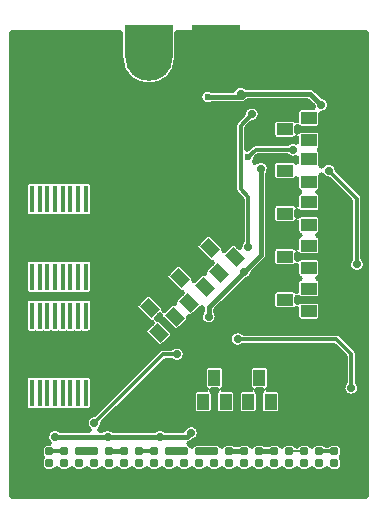
<source format=gbr>
G04 GENERATED BY PULSONIX 12.5 GERBER.DLL 9449*
G04 #@! TF.GenerationSoftware,Pulsonix,Pulsonix,12.5.9449*
G04 #@! TF.CreationDate,2024-02-09T14:36:55--1:00*
G04 #@! TF.Part,Single*
%FSLAX35Y35*%
%LPD*%
%MOMM*%
G04 #@! TF.FileFunction,Copper,L4,Bot*
G04 #@! TF.FilePolarity,Positive*
G04 #@! TA.AperFunction,OtherCopper,Copper*
%ADD10C,0.50000*%
G04 #@! TA.AperFunction,Conductor*
%ADD13C,0.63500*%
%ADD14C,0.40640*%
%ADD18C,0.30480*%
%ADD19C,0.20320*%
G04 #@! TA.AperFunction,ViaPad*
%ADD86C,0.70000*%
%ADD87C,0.60000*%
G04 #@! TA.AperFunction,ComponentPad*
%AMT92*0 Bullet Pad at angle 180*1,1,4.00000,0.00000,-1.37500*21,1,4.00000,2.74999,0,0,180*%
%ADD92T92*%
G04 #@! TA.AperFunction,SMDPad,CuDef*
%AMT96*0 Rounded Rectangle pad*4,1,20,0.25000,0.30000,-0.25000,0.30000,-0.26913,0.29619,-0.28535,0.28535,-0.29619,0.26913,-0.30000,0.25000,-0.30000,-0.25000,-0.29619,-0.26913,-0.28535,-0.28535,-0.26913,-0.29619,-0.25000,-0.30000,0.25000,-0.30000,0.26913,-0.29619,0.28535,-0.28535,0.29619,-0.26913,0.30000,-0.25000,0.30000,0.25000,0.29619,0.26913,0.28535,0.28535,0.26913,0.29619,0.25000,0.30000,0*%
%ADD96T96*%
%ADD97R,0.43000X2.25000*%
%ADD98R,1.32080X0.99060*%
%AMT99*0 Rectangle Pad at angle 45*21,1,0.99060,1.32080,0,0,45*%
%ADD99T99*%
%ADD100R,0.99060X1.32080*%
G04 #@! TD.AperFunction*
X0Y0D02*
D02*
D10*
X3427500Y4506500D02*
X1831000D01*
Y4300502D01*
G75*
G02*
X1351000I-240000J0D01*
G01*
Y4506500D01*
X432500D01*
Y586500D01*
X3427500D01*
Y2537838D01*
G75*
G02*
X3278125Y2547500I-74375J9662D01*
G01*
G75*
G02*
X3297885Y2598230I75000J0D01*
G01*
Y3080243D01*
X3111810Y3266318D01*
G75*
G02*
X3052485Y3299814I3189J74932D01*
G01*
G75*
G02*
X3052689Y3295784I-39795J-4035D01*
G01*
Y3196724D01*
G75*
G02*
X3025067Y3158688I-40000J1D01*
G01*
G75*
G02*
X3052689Y3120651I-12379J-38037D01*
G01*
Y3021591D01*
G75*
G02*
X3012689Y2981591I-40000J0D01*
G01*
X2880609D01*
G75*
G02*
X2849641Y2996273I0J40000D01*
G01*
Y2955977D01*
G75*
G02*
X2880609Y2970659I30968J-25318D01*
G01*
X3012689D01*
G75*
G02*
X3052689Y2930659I0J-40000D01*
G01*
Y2831599D01*
G75*
G02*
X3025067Y2793563I-40000J1D01*
G01*
G75*
G02*
X3052689Y2755526I-12379J-38037D01*
G01*
Y2656466D01*
G75*
G02*
X3012689Y2616466I-40000J0D01*
G01*
X2880609D01*
G75*
G02*
X2849641Y2631148I0J40000D01*
G01*
Y2590852D01*
G75*
G02*
X2880609Y2605534I30968J-25318D01*
G01*
X3012689D01*
G75*
G02*
X3052689Y2565534I0J-40000D01*
G01*
Y2466474D01*
G75*
G02*
X3025067Y2428438I-40000J1D01*
G01*
G75*
G02*
X3052689Y2390401I-12379J-38037D01*
G01*
Y2291341D01*
G75*
G02*
X3012689Y2251341I-40000J0D01*
G01*
X2880609D01*
G75*
G02*
X2849641Y2266023I0J40000D01*
G01*
Y2225727D01*
G75*
G02*
X2880609Y2240409I30968J-25318D01*
G01*
X3012689D01*
G75*
G02*
X3052689Y2200409I0J-40000D01*
G01*
Y2101349D01*
G75*
G02*
X3012689Y2061349I-40000J0D01*
G01*
X2880609D01*
G75*
G02*
X2840609Y2101349I0J40000D01*
G01*
Y2171027D01*
G75*
G02*
X2809641Y2156345I-30968J25318D01*
G01*
X2677561D01*
G75*
G02*
X2637561Y2196345I0J40000D01*
G01*
Y2295405D01*
G75*
G02*
X2677561Y2335405I40000J0D01*
G01*
X2809641D01*
G75*
G02*
X2840609Y2320723I0J-40000D01*
G01*
Y2390401D01*
G75*
G02*
X2868231Y2428438I40001J0D01*
G01*
G75*
G02*
X2840609Y2466474I12378J38037D01*
G01*
Y2536152D01*
G75*
G02*
X2809641Y2521470I-30968J25318D01*
G01*
X2677561D01*
G75*
G02*
X2637561Y2561470I0J40000D01*
G01*
Y2660530D01*
G75*
G02*
X2677561Y2700530I40000J0D01*
G01*
X2809641D01*
G75*
G02*
X2840609Y2685848I0J-40000D01*
G01*
Y2755526D01*
G75*
G02*
X2868231Y2793563I40001J0D01*
G01*
G75*
G02*
X2840609Y2831599I12378J38037D01*
G01*
Y2901277D01*
G75*
G02*
X2809641Y2886595I-30968J25318D01*
G01*
X2677561D01*
G75*
G02*
X2637561Y2926595I0J40000D01*
G01*
Y3025655D01*
G75*
G02*
X2677561Y3065655I40000J0D01*
G01*
X2809641D01*
G75*
G02*
X2840609Y3050973I0J-40000D01*
G01*
Y3120651D01*
G75*
G02*
X2868231Y3158688I40001J0D01*
G01*
G75*
G02*
X2840609Y3196724I12378J38037D01*
G01*
Y3266402D01*
G75*
G02*
X2809641Y3251720I-30968J25318D01*
G01*
X2677561D01*
G75*
G02*
X2637561Y3291720I0J40000D01*
G01*
Y3390780D01*
G75*
G02*
X2677561Y3430780I40000J0D01*
G01*
X2809641D01*
G75*
G02*
X2840609Y3416098I0J-40000D01*
G01*
Y3445994D01*
G75*
G02*
X2762645Y3460635I-27234J69881D01*
G01*
X2518755D01*
X2501838Y3443718D01*
G75*
G02*
X2489890Y3412475I-69464J8658D01*
G01*
G75*
G02*
X2600820Y3312555I50610J-55350D01*
G01*
Y2624108D01*
Y2623992D01*
Y2623875D01*
Y2623874D01*
G75*
G02*
X2583153Y2581222I-60320J0D01*
G01*
X2474793Y2472862D01*
G75*
G02*
X2411763Y2409832I-74167J11137D01*
G01*
X2159320Y2157389D01*
Y2147570D01*
G75*
G02*
X2174000Y2103000I-60320J-44570D01*
G01*
G75*
G02*
X2024000I-75000J0D01*
G01*
G75*
G02*
X2038680Y2147570I75000J0D01*
G01*
Y2177766D01*
X1968949Y2108035D01*
G75*
G02*
X1929452Y2097923I-28284J28284D01*
G01*
G75*
G02*
X1919340Y2058426I-38396J-11213D01*
G01*
X1849294Y1988380D01*
G75*
G02*
X1792726I-28284J28284D01*
G01*
X1699332Y2081774D01*
G75*
G02*
X1687816Y2114055I28284J28285D01*
G01*
X1659319Y2085558D01*
G75*
G02*
X1691601Y2074043I3998J-39800D01*
G01*
X1784995Y1980649D01*
G75*
G02*
Y1924081I-28284J-28284D01*
G01*
X1714949Y1854035D01*
G75*
G02*
X1658381I-28284J28284D01*
G01*
X1564987Y1947429D01*
G75*
G02*
Y2003997I28284J28284D01*
G01*
X1614259Y2053269D01*
G75*
G02*
X1581977Y2064784I-3998J39800D01*
G01*
X1488583Y2158178D01*
G75*
G02*
Y2214746I28284J28284D01*
G01*
X1558629Y2284792D01*
G75*
G02*
X1615197I28284J-28284D01*
G01*
X1708591Y2191398D01*
G75*
G02*
X1720107Y2159117I-28284J-28285D01*
G01*
X1769378Y2208388D01*
G75*
G02*
X1808875Y2218500I28284J-28284D01*
G01*
G75*
G02*
X1818987Y2257997I38396J11213D01*
G01*
X1868259Y2307269D01*
G75*
G02*
X1835977Y2318784I-3998J39800D01*
G01*
X1742583Y2412178D01*
G75*
G02*
Y2468746I28284J28284D01*
G01*
X1812629Y2538792D01*
G75*
G02*
X1869197I28284J-28284D01*
G01*
X1962591Y2445398D01*
G75*
G02*
X1974107Y2413117I-28284J-28285D01*
G01*
X2023378Y2462388D01*
G75*
G02*
X2062875Y2472500I28284J-28284D01*
G01*
G75*
G02*
X2072987Y2511997I38396J11213D01*
G01*
X2122259Y2561269D01*
G75*
G02*
X2089977Y2572784I-3998J39800D01*
G01*
X1996583Y2666178D01*
G75*
G02*
Y2722746I28284J28284D01*
G01*
X2066629Y2792792D01*
G75*
G02*
X2123197I28284J-28284D01*
G01*
X2216591Y2699398D01*
G75*
G02*
X2228107Y2667117I-28284J-28285D01*
G01*
X2277378Y2716388D01*
G75*
G02*
X2333946I28284J-28284D01*
G01*
X2357418Y2692916D01*
G75*
G02*
X2379618Y2743683I74957J-2541D01*
G01*
Y3093635D01*
X2329814Y3143439D01*
G75*
G02*
X2313635Y3182757I39061J39061D01*
G01*
Y3721993D01*
G75*
G02*
X2329814Y3761311I55240J257D01*
G01*
X2389193Y3820690D01*
G75*
G02*
X2539125Y3817500I74932J-3190D01*
G01*
G75*
G02*
X2467315Y3742568I-75000J0D01*
G01*
X2424115Y3699368D01*
Y3522235D01*
X2456602Y3554722D01*
G75*
G02*
X2495875Y3571115I39273J-38848D01*
G01*
X2762645D01*
G75*
G02*
X2840609Y3585756I50730J-55240D01*
G01*
Y3615652D01*
G75*
G02*
X2809641Y3600970I-30968J25318D01*
G01*
X2677561D01*
G75*
G02*
X2637561Y3640970I0J40000D01*
G01*
Y3740030D01*
G75*
G02*
X2677561Y3780030I40000J0D01*
G01*
X2809641D01*
G75*
G02*
X2840609Y3765348I0J-40000D01*
G01*
Y3835026D01*
G75*
G02*
X2880609Y3875026I40000J0D01*
G01*
X2979753D01*
G75*
G02*
X2977332Y3885737I71744J21845D01*
G01*
X2931264Y3931805D01*
X2435025D01*
X2422567Y3919347D01*
G75*
G02*
X2379681Y3901680I-42653J42653D01*
G01*
X2124267D01*
G75*
G02*
X2018750Y3962000I-35517J60320D01*
G01*
G75*
G02*
X2124267Y4022320I70000J0D01*
G01*
X2300222D01*
G75*
G02*
X2413445Y4052445I68653J-30195D01*
G01*
X2956017D01*
G75*
G02*
X2998903Y4034778I233J-60320D01*
G01*
X3062638Y3971043D01*
G75*
G02*
X3052689Y3821884I-11138J-74168D01*
G01*
Y3735966D01*
G75*
G02*
X3012689Y3695966I-40000J0D01*
G01*
X2880609D01*
G75*
G02*
X2849641Y3710648I0J40000D01*
G01*
Y3670352D01*
G75*
G02*
X2880609Y3685034I30968J-25318D01*
G01*
X3012689D01*
G75*
G02*
X3052689Y3645034I0J-40000D01*
G01*
Y3545974D01*
G75*
G02*
X3039034Y3515875I-40000J0D01*
G01*
G75*
G02*
X3052689Y3485776I-26345J-30099D01*
G01*
Y3386716D01*
G75*
G02*
X3052485Y3382686I-39999J5D01*
G01*
G75*
G02*
X3189932Y3344440I62515J-41436D01*
G01*
X3392186Y3142186D01*
G75*
G02*
X3408365Y3102868I-39061J-39061D01*
G01*
Y2598230D01*
G75*
G02*
X3427500Y2557162I-55240J-50730D01*
G01*
Y4506500D01*
X1078000Y1610500D02*
G75*
G02*
X1118000Y1570500I0J-40000D01*
G01*
Y1345500D01*
G75*
G02*
X1078000Y1305500I-40000J0D01*
G01*
X1035000D01*
G75*
G02*
X1024000Y1307042I-1J40000D01*
G01*
G75*
G02*
X1013000Y1305500I-10999J38458D01*
G01*
X970000D01*
G75*
G02*
X959000Y1307042I-1J40000D01*
G01*
G75*
G02*
X948000Y1305500I-10999J38458D01*
G01*
X905000D01*
G75*
G02*
X894000Y1307042I-1J40000D01*
G01*
G75*
G02*
X883000Y1305500I-10999J38458D01*
G01*
X840000D01*
G75*
G02*
X829000Y1307042I-1J40000D01*
G01*
G75*
G02*
X818000Y1305500I-10999J38458D01*
G01*
X775000D01*
G75*
G02*
X764000Y1307042I-1J40000D01*
G01*
G75*
G02*
X753000Y1305500I-10999J38458D01*
G01*
X710000D01*
G75*
G02*
X699000Y1307042I-1J40000D01*
G01*
G75*
G02*
X688000Y1305500I-10999J38458D01*
G01*
X645000D01*
G75*
G02*
X634000Y1307042I-1J40000D01*
G01*
G75*
G02*
X623000Y1305500I-10999J38458D01*
G01*
X580000D01*
G75*
G02*
X540000Y1345500I0J40000D01*
G01*
Y1570500D01*
G75*
G02*
X580000Y1610500I40000J0D01*
G01*
X623000D01*
G75*
G02*
X634000Y1608958I1J-40000D01*
G01*
G75*
G02*
X645000Y1610500I10999J-38458D01*
G01*
X688000D01*
G75*
G02*
X699000Y1608958I1J-40000D01*
G01*
G75*
G02*
X710000Y1610500I10999J-38458D01*
G01*
X753000D01*
G75*
G02*
X764000Y1608958I1J-40000D01*
G01*
G75*
G02*
X775000Y1610500I10999J-38458D01*
G01*
X818000D01*
G75*
G02*
X829000Y1608958I1J-40000D01*
G01*
G75*
G02*
X840000Y1610500I10999J-38458D01*
G01*
X883000D01*
G75*
G02*
X894000Y1608958I1J-40000D01*
G01*
G75*
G02*
X905000Y1610500I10999J-38458D01*
G01*
X948000D01*
G75*
G02*
X959000Y1608958I1J-40000D01*
G01*
G75*
G02*
X970000Y1610500I10999J-38458D01*
G01*
X1013000D01*
G75*
G02*
X1024000Y1608958I1J-40000D01*
G01*
G75*
G02*
X1035000Y1610500I10999J-38458D01*
G01*
X1078000D01*
X3187625Y1032375D02*
G75*
G02*
X3232625Y987375I0J-45000D01*
G01*
Y937375D01*
G75*
G02*
X3225042Y912375I-45000J-1D01*
G01*
G75*
G02*
X3232625Y887375I-37417J-24999D01*
G01*
Y837375D01*
G75*
G02*
X3187625Y792375I-45000J0D01*
G01*
X3137625D01*
G75*
G02*
X3099125Y814078I0J45000D01*
G01*
G75*
G02*
X3060625Y792375I-38500J23297D01*
G01*
X3010625D01*
G75*
G02*
X2972125Y814078I0J45000D01*
G01*
G75*
G02*
X2933625Y792375I-38500J23297D01*
G01*
X2883625D01*
G75*
G02*
X2845125Y814078I0J45000D01*
G01*
G75*
G02*
X2806625Y792375I-38500J23297D01*
G01*
X2756625D01*
G75*
G02*
X2718125Y814078I0J45000D01*
G01*
G75*
G02*
X2679625Y792375I-38500J23297D01*
G01*
X2629625D01*
G75*
G02*
X2591125Y814078I0J45000D01*
G01*
G75*
G02*
X2552625Y792375I-38500J23297D01*
G01*
X2502625D01*
G75*
G02*
X2464125Y814078I0J45000D01*
G01*
G75*
G02*
X2425625Y792375I-38500J23297D01*
G01*
X2375625D01*
G75*
G02*
X2337125Y814078I0J45000D01*
G01*
G75*
G02*
X2298625Y792375I-38500J23297D01*
G01*
X2248625D01*
G75*
G02*
X2210125Y814078I0J45000D01*
G01*
G75*
G02*
X2171625Y792375I-38500J23297D01*
G01*
X2121625D01*
G75*
G02*
X2083125Y814078I0J45000D01*
G01*
G75*
G02*
X2044625Y792375I-38500J23297D01*
G01*
X1994625D01*
G75*
G02*
X1956125Y814078I0J45000D01*
G01*
G75*
G02*
X1917625Y792375I-38500J23297D01*
G01*
X1867625D01*
G75*
G02*
X1829125Y814078I0J45000D01*
G01*
G75*
G02*
X1790625Y792375I-38500J23297D01*
G01*
X1740625D01*
G75*
G02*
X1702125Y814078I0J45000D01*
G01*
G75*
G02*
X1663625Y792375I-38500J23297D01*
G01*
X1613625D01*
G75*
G02*
X1575125Y814078I0J45000D01*
G01*
G75*
G02*
X1536625Y792375I-38500J23297D01*
G01*
X1486625D01*
G75*
G02*
X1448125Y814078I0J45000D01*
G01*
G75*
G02*
X1409625Y792375I-38500J23297D01*
G01*
X1359625D01*
G75*
G02*
X1321125Y814078I0J45000D01*
G01*
G75*
G02*
X1282625Y792375I-38500J23297D01*
G01*
X1232625D01*
G75*
G02*
X1194125Y814078I0J45000D01*
G01*
G75*
G02*
X1155625Y792375I-38500J23297D01*
G01*
X1105625D01*
G75*
G02*
X1067125Y814078I0J45000D01*
G01*
G75*
G02*
X1028625Y792375I-38500J23297D01*
G01*
X978625D01*
G75*
G02*
X940125Y814078I0J45000D01*
G01*
G75*
G02*
X901625Y792375I-38500J23297D01*
G01*
X851625D01*
G75*
G02*
X813125Y814078I0J45000D01*
G01*
G75*
G02*
X774625Y792375I-38500J23297D01*
G01*
X724625D01*
G75*
G02*
X679625Y837375I0J45000D01*
G01*
Y887375D01*
G75*
G02*
X687208Y912375I45000J1D01*
G01*
G75*
G02*
X679625Y937375I37417J24999D01*
G01*
Y987375D01*
G75*
G02*
X724625Y1032375I45000J0D01*
G01*
X745604D01*
G75*
G02*
X841566Y1147320I51392J54625D01*
G01*
X1081354D01*
G75*
G02*
X1127435Y1278797I49271J56545D01*
G01*
X1673199Y1824561D01*
G75*
G02*
X1712517Y1840740I39061J-39061D01*
G01*
X1778395D01*
G75*
G02*
X1904125Y1785500I50730J-55240D01*
G01*
G75*
G02*
X1778395Y1730260I-75000J0D01*
G01*
X1735142D01*
X1205557Y1200675D01*
G75*
G02*
X1179896Y1147320I-74932J3190D01*
G01*
X1196926D01*
G75*
G02*
X1286066I44570J-60320D01*
G01*
X1641426D01*
G75*
G02*
X1730566I44570J-60320D01*
G01*
X1879355D01*
G75*
G02*
X2023700Y1118750I69345J-28570D01*
G01*
G75*
G02*
X1959838Y1044582I-75000J0D01*
G01*
X1959603Y1044347D01*
G75*
G02*
X1934218Y1029204I-42653J42653D01*
G01*
G75*
G02*
X1956125Y1010672I-16593J-41829D01*
G01*
G75*
G02*
X1994625Y1032375I38500J-23297D01*
G01*
X2003875D01*
G75*
G02*
X2019625Y1034125I15750J-70000D01*
G01*
X2146625D01*
G75*
G02*
X2162375Y1032375I0J-71750D01*
G01*
X2171625D01*
G75*
G02*
X2210125Y1010672I0J-45000D01*
G01*
G75*
G02*
X2248625Y1032375I38500J-23297D01*
G01*
X2298625D01*
G75*
G02*
X2326509Y1022695I0J-45001D01*
G01*
X2347741D01*
G75*
G02*
X2375625Y1032375I27884J-35321D01*
G01*
X2425625D01*
G75*
G02*
X2464125Y1010672I0J-45000D01*
G01*
G75*
G02*
X2502625Y1032375I38500J-23297D01*
G01*
X2552625D01*
G75*
G02*
X2580509Y1022695I0J-45001D01*
G01*
X2601741D01*
G75*
G02*
X2629625Y1032375I27884J-35321D01*
G01*
X2679625D01*
G75*
G02*
X2718125Y1010672I0J-45000D01*
G01*
G75*
G02*
X2756625Y1032375I38500J-23297D01*
G01*
X2806625D01*
G75*
G02*
X2843934Y1012535I0J-45000D01*
G01*
X2846316D01*
G75*
G02*
X2883625Y1032375I37309J-25160D01*
G01*
X2933625D01*
G75*
G02*
X2972125Y1010672I0J-45000D01*
G01*
G75*
G02*
X3010625Y1032375I38500J-23297D01*
G01*
X3060625D01*
G75*
G02*
X3093950Y1017615I0J-45000D01*
G01*
X3104300D01*
G75*
G02*
X3137625Y1032375I33325J-30240D01*
G01*
X3187625D01*
X1078000Y2265500D02*
G75*
G02*
X1118000Y2225500I0J-40000D01*
G01*
Y2000500D01*
G75*
G02*
X1078000Y1960500I-40000J0D01*
G01*
X1035000D01*
G75*
G02*
X1024000Y1962042I-1J40000D01*
G01*
G75*
G02*
X1013000Y1960500I-10999J38458D01*
G01*
X970000D01*
G75*
G02*
X959000Y1962042I-1J40000D01*
G01*
G75*
G02*
X948000Y1960500I-10999J38458D01*
G01*
X905000D01*
G75*
G02*
X894000Y1962042I-1J40000D01*
G01*
G75*
G02*
X883000Y1960500I-10999J38458D01*
G01*
X840000D01*
G75*
G02*
X829000Y1962042I-1J40000D01*
G01*
G75*
G02*
X818000Y1960500I-10999J38458D01*
G01*
X775000D01*
G75*
G02*
X764000Y1962042I-1J40000D01*
G01*
G75*
G02*
X753000Y1960500I-10999J38458D01*
G01*
X710000D01*
G75*
G02*
X699000Y1962042I-1J40000D01*
G01*
G75*
G02*
X688000Y1960500I-10999J38458D01*
G01*
X645000D01*
G75*
G02*
X634000Y1962042I-1J40000D01*
G01*
G75*
G02*
X623000Y1960500I-10999J38458D01*
G01*
X580000D01*
G75*
G02*
X540000Y2000500I0J40000D01*
G01*
Y2225500D01*
G75*
G02*
X580000Y2265500I40000J0D01*
G01*
X623000D01*
G75*
G02*
X634000Y2263958I1J-40000D01*
G01*
G75*
G02*
X645000Y2265500I10999J-38458D01*
G01*
X688000D01*
G75*
G02*
X699000Y2263958I1J-40000D01*
G01*
G75*
G02*
X710000Y2265500I10999J-38458D01*
G01*
X753000D01*
G75*
G02*
X764000Y2263958I1J-40000D01*
G01*
G75*
G02*
X775000Y2265500I10999J-38458D01*
G01*
X818000D01*
G75*
G02*
X829000Y2263958I1J-40000D01*
G01*
G75*
G02*
X840000Y2265500I10999J-38458D01*
G01*
X883000D01*
G75*
G02*
X894000Y2263958I1J-40000D01*
G01*
G75*
G02*
X905000Y2265500I10999J-38458D01*
G01*
X948000D01*
G75*
G02*
X959000Y2263958I1J-40000D01*
G01*
G75*
G02*
X970000Y2265500I10999J-38458D01*
G01*
X1013000D01*
G75*
G02*
X1024000Y2263958I1J-40000D01*
G01*
G75*
G02*
X1035000Y2265500I10999J-38458D01*
G01*
X1078000D01*
Y2594750D02*
G75*
G02*
X1118000Y2554750I0J-40000D01*
G01*
Y2329750D01*
G75*
G02*
X1078000Y2289750I-40000J0D01*
G01*
X1035000D01*
G75*
G02*
X1024000Y2291292I-1J40000D01*
G01*
G75*
G02*
X1013000Y2289750I-10999J38458D01*
G01*
X970000D01*
G75*
G02*
X959000Y2291292I-1J40000D01*
G01*
G75*
G02*
X948000Y2289750I-10999J38458D01*
G01*
X905000D01*
G75*
G02*
X894000Y2291292I-1J40000D01*
G01*
G75*
G02*
X883000Y2289750I-10999J38458D01*
G01*
X840000D01*
G75*
G02*
X829000Y2291292I-1J40000D01*
G01*
G75*
G02*
X818000Y2289750I-10999J38458D01*
G01*
X775000D01*
G75*
G02*
X764000Y2291292I-1J40000D01*
G01*
G75*
G02*
X753000Y2289750I-10999J38458D01*
G01*
X710000D01*
G75*
G02*
X699000Y2291292I-1J40000D01*
G01*
G75*
G02*
X688000Y2289750I-10999J38458D01*
G01*
X645000D01*
G75*
G02*
X634000Y2291292I-1J40000D01*
G01*
G75*
G02*
X623000Y2289750I-10999J38458D01*
G01*
X580000D01*
G75*
G02*
X540000Y2329750I0J40000D01*
G01*
Y2554750D01*
G75*
G02*
X580000Y2594750I40000J0D01*
G01*
X623000D01*
G75*
G02*
X634000Y2593208I1J-40000D01*
G01*
G75*
G02*
X645000Y2594750I10999J-38458D01*
G01*
X688000D01*
G75*
G02*
X699000Y2593208I1J-40000D01*
G01*
G75*
G02*
X710000Y2594750I10999J-38458D01*
G01*
X753000D01*
G75*
G02*
X764000Y2593208I1J-40000D01*
G01*
G75*
G02*
X775000Y2594750I10999J-38458D01*
G01*
X818000D01*
G75*
G02*
X829000Y2593208I1J-40000D01*
G01*
G75*
G02*
X840000Y2594750I10999J-38458D01*
G01*
X883000D01*
G75*
G02*
X894000Y2593208I1J-40000D01*
G01*
G75*
G02*
X905000Y2594750I10999J-38458D01*
G01*
X948000D01*
G75*
G02*
X959000Y2593208I1J-40000D01*
G01*
G75*
G02*
X970000Y2594750I10999J-38458D01*
G01*
X1013000D01*
G75*
G02*
X1024000Y2593208I1J-40000D01*
G01*
G75*
G02*
X1035000Y2594750I10999J-38458D01*
G01*
X1078000D01*
Y3249750D02*
G75*
G02*
X1118000Y3209750I0J-40000D01*
G01*
Y2984750D01*
G75*
G02*
X1078000Y2944750I-40000J0D01*
G01*
X1035000D01*
G75*
G02*
X1024000Y2946292I-1J40000D01*
G01*
G75*
G02*
X1013000Y2944750I-10999J38458D01*
G01*
X970000D01*
G75*
G02*
X959000Y2946292I-1J40000D01*
G01*
G75*
G02*
X948000Y2944750I-10999J38458D01*
G01*
X905000D01*
G75*
G02*
X894000Y2946292I-1J40000D01*
G01*
G75*
G02*
X883000Y2944750I-10999J38458D01*
G01*
X840000D01*
G75*
G02*
X829000Y2946292I-1J40000D01*
G01*
G75*
G02*
X818000Y2944750I-10999J38458D01*
G01*
X775000D01*
G75*
G02*
X764000Y2946292I-1J40000D01*
G01*
G75*
G02*
X753000Y2944750I-10999J38458D01*
G01*
X710000D01*
G75*
G02*
X699000Y2946292I-1J40000D01*
G01*
G75*
G02*
X688000Y2944750I-10999J38458D01*
G01*
X645000D01*
G75*
G02*
X634000Y2946292I-1J40000D01*
G01*
G75*
G02*
X623000Y2944750I-10999J38458D01*
G01*
X580000D01*
G75*
G02*
X540000Y2984750I0J40000D01*
G01*
Y3209750D01*
G75*
G02*
X580000Y3249750I40000J0D01*
G01*
X623000D01*
G75*
G02*
X634000Y3248208I1J-40000D01*
G01*
G75*
G02*
X645000Y3249750I10999J-38458D01*
G01*
X688000D01*
G75*
G02*
X699000Y3248208I1J-40000D01*
G01*
G75*
G02*
X710000Y3249750I10999J-38458D01*
G01*
X753000D01*
G75*
G02*
X764000Y3248208I1J-40000D01*
G01*
G75*
G02*
X775000Y3249750I10999J-38458D01*
G01*
X818000D01*
G75*
G02*
X829000Y3248208I1J-40000D01*
G01*
G75*
G02*
X840000Y3249750I10999J-38458D01*
G01*
X883000D01*
G75*
G02*
X894000Y3248208I1J-40000D01*
G01*
G75*
G02*
X905000Y3249750I10999J-38458D01*
G01*
X948000D01*
G75*
G02*
X959000Y3248208I1J-40000D01*
G01*
G75*
G02*
X970000Y3249750I10999J-38458D01*
G01*
X1013000D01*
G75*
G02*
X1024000Y3248208I1J-40000D01*
G01*
G75*
G02*
X1035000Y3249750I10999J-38458D01*
G01*
X1078000D01*
X3360740Y1550480D02*
G75*
G02*
X3380500Y1499750I-55240J-50730D01*
G01*
G75*
G02*
X3230500I-75000J0D01*
G01*
G75*
G02*
X3250260Y1550480I75000J0D01*
G01*
Y1764243D01*
X3155618Y1858885D01*
X2393480D01*
G75*
G02*
X2267750Y1914125I-50730J55240D01*
G01*
G75*
G02*
X2393480Y1969365I75000J0D01*
G01*
X3178243D01*
G75*
G02*
X3217561Y1953186I257J-55240D01*
G01*
X3344561Y1826186D01*
G75*
G02*
X3360740Y1786868I-39061J-39061D01*
G01*
Y1550480D01*
X2672151Y1488391D02*
G75*
G02*
X2712151Y1448391I0J-40000D01*
G01*
Y1316311D01*
G75*
G02*
X2672151Y1276311I-40000J0D01*
G01*
X2573091D01*
G75*
G02*
X2533091Y1316311I0J40000D01*
G01*
Y1448391D01*
G75*
G02*
X2547773Y1479359I40000J0D01*
G01*
X2507477D01*
G75*
G02*
X2522159Y1448391I-25318J-30968D01*
G01*
Y1316311D01*
G75*
G02*
X2482159Y1276311I-40000J0D01*
G01*
X2383099D01*
G75*
G02*
X2343099Y1316311I0J40000D01*
G01*
Y1448391D01*
G75*
G02*
X2383099Y1488391I40000J0D01*
G01*
X2452777D01*
G75*
G02*
X2438095Y1519359I25318J30968D01*
G01*
Y1651439D01*
G75*
G02*
X2478095Y1691439I40000J0D01*
G01*
X2577155D01*
G75*
G02*
X2617155Y1651439I0J-40000D01*
G01*
Y1519359D01*
G75*
G02*
X2602473Y1488391I-40000J0D01*
G01*
X2672151D01*
X2291151D02*
G75*
G02*
X2331151Y1448391I0J-40000D01*
G01*
Y1316311D01*
G75*
G02*
X2291151Y1276311I-40000J0D01*
G01*
X2192091D01*
G75*
G02*
X2152091Y1316311I0J40000D01*
G01*
Y1448391D01*
G75*
G02*
X2166773Y1479359I40000J0D01*
G01*
X2126477D01*
G75*
G02*
X2141159Y1448391I-25318J-30968D01*
G01*
Y1316311D01*
G75*
G02*
X2101159Y1276311I-40000J0D01*
G01*
X2002099D01*
G75*
G02*
X1962099Y1316311I0J40000D01*
G01*
Y1448391D01*
G75*
G02*
X2002099Y1488391I40000J0D01*
G01*
X2071777D01*
G75*
G02*
X2057095Y1519359I25318J30968D01*
G01*
Y1651439D01*
G75*
G02*
X2097095Y1691439I40000J0D01*
G01*
X2196155D01*
G75*
G02*
X2236155Y1651439I0J-40000D01*
G01*
Y1519359D01*
G75*
G02*
X2221473Y1488391I-40000J0D01*
G01*
X2291151D01*
X1686761Y2113000D02*
G36*
X1686761Y2113000D02*
X1687724D01*
G75*
G02*
X1687816Y2114055I39891J-2947D01*
G01*
X1686761Y2113000D01*
G37*
X432500Y2442250D02*
G36*
X432500Y2442250D02*
Y2113000D01*
X540000D01*
Y2225500D01*
G75*
G02*
X580000Y2265500I40000J0D01*
G01*
X623000D01*
G75*
G02*
X634000Y2263958I1J-40000D01*
G01*
G75*
G02*
X645000Y2265500I10999J-38458D01*
G01*
X688000D01*
G75*
G02*
X699000Y2263958I1J-40000D01*
G01*
G75*
G02*
X710000Y2265500I10999J-38458D01*
G01*
X753000D01*
G75*
G02*
X764000Y2263958I1J-40000D01*
G01*
G75*
G02*
X775000Y2265500I10999J-38458D01*
G01*
X818000D01*
G75*
G02*
X829000Y2263958I1J-40000D01*
G01*
G75*
G02*
X840000Y2265500I10999J-38458D01*
G01*
X883000D01*
G75*
G02*
X894000Y2263958I1J-40000D01*
G01*
G75*
G02*
X905000Y2265500I10999J-38458D01*
G01*
X948000D01*
G75*
G02*
X959000Y2263958I1J-40000D01*
G01*
G75*
G02*
X970000Y2265500I10999J-38458D01*
G01*
X1013000D01*
G75*
G02*
X1024000Y2263958I1J-40000D01*
G01*
G75*
G02*
X1035000Y2265500I10999J-38458D01*
G01*
X1078000D01*
G75*
G02*
X1118000Y2225500I0J-40000D01*
G01*
Y2113000D01*
X1533761D01*
X1488583Y2158178D01*
G75*
G02*
X1476867Y2186462I28284J28284D01*
G01*
G75*
G02*
X1488583Y2214746I40000J0D01*
G01*
X1558629Y2284792D01*
G75*
G02*
X1615197I28284J-28284D01*
G01*
X1708591Y2191398D01*
G75*
G02*
X1720307Y2163113I-28284J-28285D01*
G01*
G75*
G02*
X1720107Y2159117I-40000J-1D01*
G01*
X1769378Y2208388D01*
G75*
G02*
X1808875Y2218500I28284J-28284D01*
G01*
G75*
G02*
X1807271Y2229713I38396J11214D01*
G01*
G75*
G02*
X1818987Y2257997I40000J0D01*
G01*
X1868259Y2307269D01*
G75*
G02*
X1835977Y2318784I-3998J39800D01*
G01*
X1742583Y2412178D01*
G75*
G02*
X1730867Y2440462I28284J28284D01*
G01*
G75*
G02*
X1730907Y2442250I40000J0D01*
G01*
X1118000D01*
Y2329750D01*
G75*
G02*
X1078000Y2289750I-40000J0D01*
G01*
X1035000D01*
G75*
G02*
X1024000Y2291292I-1J40000D01*
G01*
G75*
G02*
X1013000Y2289750I-10999J38458D01*
G01*
X970000D01*
G75*
G02*
X959000Y2291292I-1J40000D01*
G01*
G75*
G02*
X948000Y2289750I-10999J38458D01*
G01*
X905000D01*
G75*
G02*
X894000Y2291292I-1J40000D01*
G01*
G75*
G02*
X883000Y2289750I-10999J38458D01*
G01*
X840000D01*
G75*
G02*
X829000Y2291292I-1J40000D01*
G01*
G75*
G02*
X818000Y2289750I-10999J38458D01*
G01*
X775000D01*
G75*
G02*
X764000Y2291292I-1J40000D01*
G01*
G75*
G02*
X753000Y2289750I-10999J38458D01*
G01*
X710000D01*
G75*
G02*
X699000Y2291292I-1J40000D01*
G01*
G75*
G02*
X688000Y2289750I-10999J38458D01*
G01*
X645000D01*
G75*
G02*
X634000Y2291292I-1J40000D01*
G01*
G75*
G02*
X623000Y2289750I-10999J38458D01*
G01*
X580000D01*
G75*
G02*
X540000Y2329750I0J40000D01*
G01*
Y2442250D01*
X432500D01*
G37*
X1965422D02*
G36*
X1965422Y2442250D02*
G75*
G02*
X1974307Y2417113I-31115J-25137D01*
G01*
G75*
G02*
X1974107Y2413117I-40000J-1D01*
G01*
X2003240Y2442250D01*
X1965422D01*
G37*
X1973914Y2113000D02*
G36*
X1973914Y2113000D02*
X2024670D01*
G75*
G02*
X2038680Y2147570I74330J-10000D01*
G01*
Y2177766D01*
X1973914Y2113000D01*
G37*
X2126477Y1479359D02*
G36*
X2126477Y1479359D02*
G75*
G02*
X2139988Y1458000I-25318J-30968D01*
G01*
X2153262D01*
G75*
G02*
X2166773Y1479359I38829J-9609D01*
G01*
X2126477D01*
G37*
X432500Y3097250D02*
G36*
X432500Y3097250D02*
Y2442250D01*
X540000D01*
Y2554750D01*
G75*
G02*
X580000Y2594750I40000J0D01*
G01*
X623000D01*
G75*
G02*
X634000Y2593208I1J-40000D01*
G01*
G75*
G02*
X645000Y2594750I10999J-38458D01*
G01*
X688000D01*
G75*
G02*
X699000Y2593208I1J-40000D01*
G01*
G75*
G02*
X710000Y2594750I10999J-38458D01*
G01*
X753000D01*
G75*
G02*
X764000Y2593208I1J-40000D01*
G01*
G75*
G02*
X775000Y2594750I10999J-38458D01*
G01*
X818000D01*
G75*
G02*
X829000Y2593208I1J-40000D01*
G01*
G75*
G02*
X840000Y2594750I10999J-38458D01*
G01*
X883000D01*
G75*
G02*
X894000Y2593208I1J-40000D01*
G01*
G75*
G02*
X905000Y2594750I10999J-38458D01*
G01*
X948000D01*
G75*
G02*
X959000Y2593208I1J-40000D01*
G01*
G75*
G02*
X970000Y2594750I10999J-38458D01*
G01*
X1013000D01*
G75*
G02*
X1024000Y2593208I1J-40000D01*
G01*
G75*
G02*
X1035000Y2594750I10999J-38458D01*
G01*
X1078000D01*
G75*
G02*
X1118000Y2554750I0J-40000D01*
G01*
Y2442250D01*
X1730907D01*
G75*
G02*
X1742583Y2468746I39960J-1788D01*
G01*
X1812629Y2538792D01*
G75*
G02*
X1869197I28284J-28284D01*
G01*
X1962591Y2445398D01*
G75*
G02*
X1965422Y2442250I-28285J-28284D01*
G01*
X2003240D01*
X2023378Y2462388D01*
G75*
G02*
X2062875Y2472500I28284J-28284D01*
G01*
G75*
G02*
X2061271Y2483713I38396J11214D01*
G01*
G75*
G02*
X2072987Y2511997I40000J0D01*
G01*
X2122259Y2561269D01*
G75*
G02*
X2089977Y2572784I-3998J39800D01*
G01*
X1996583Y2666178D01*
G75*
G02*
X1984867Y2694462I28284J28284D01*
G01*
G75*
G02*
X1996583Y2722746I40000J0D01*
G01*
X2066629Y2792792D01*
G75*
G02*
X2123197I28284J-28284D01*
G01*
X2216591Y2699398D01*
G75*
G02*
X2228307Y2671113I-28284J-28285D01*
G01*
G75*
G02*
X2228107Y2667117I-40000J-1D01*
G01*
X2277378Y2716388D01*
G75*
G02*
X2333946I28284J-28284D01*
G01*
X2357418Y2692916D01*
G75*
G02*
X2379618Y2743683I74957J-2541D01*
G01*
Y3093635D01*
X2376003Y3097250D01*
X1118000D01*
Y2984750D01*
G75*
G02*
X1078000Y2944750I-40000J0D01*
G01*
X1035000D01*
G75*
G02*
X1024000Y2946292I-1J40000D01*
G01*
G75*
G02*
X1013000Y2944750I-10999J38458D01*
G01*
X970000D01*
G75*
G02*
X959000Y2946292I-1J40000D01*
G01*
G75*
G02*
X948000Y2944750I-10999J38458D01*
G01*
X905000D01*
G75*
G02*
X894000Y2946292I-1J40000D01*
G01*
G75*
G02*
X883000Y2944750I-10999J38458D01*
G01*
X840000D01*
G75*
G02*
X829000Y2946292I-1J40000D01*
G01*
G75*
G02*
X818000Y2944750I-10999J38458D01*
G01*
X775000D01*
G75*
G02*
X764000Y2946292I-1J40000D01*
G01*
G75*
G02*
X753000Y2944750I-10999J38458D01*
G01*
X710000D01*
G75*
G02*
X699000Y2946292I-1J40000D01*
G01*
G75*
G02*
X688000Y2944750I-10999J38458D01*
G01*
X645000D01*
G75*
G02*
X634000Y2946292I-1J40000D01*
G01*
G75*
G02*
X623000Y2944750I-10999J38458D01*
G01*
X580000D01*
G75*
G02*
X540000Y2984750I0J40000D01*
G01*
Y3097250D01*
X432500D01*
G37*
X2507477Y1479359D02*
G36*
X2507477Y1479359D02*
G75*
G02*
X2520988Y1458000I-25318J-30968D01*
G01*
X2534262D01*
G75*
G02*
X2547773Y1479359I38829J-9609D01*
G01*
X2507477D01*
G37*
X2159320Y2157389D02*
G36*
X2159320Y2157389D02*
Y2147570D01*
G75*
G02*
X2173330Y2113000I-60320J-44570D01*
G01*
X2840609D01*
Y2171027D01*
G75*
G02*
X2809641Y2156345I-30968J25318D01*
G01*
X2677561D01*
G75*
G02*
X2637561Y2196345I0J40000D01*
G01*
Y2295405D01*
G75*
G02*
X2677561Y2335405I40000J0D01*
G01*
X2809641D01*
G75*
G02*
X2840609Y2320723I0J-40000D01*
G01*
Y2390401D01*
G75*
G02*
X2868231Y2428438I40001J0D01*
G01*
G75*
G02*
X2848779Y2442250I12378J38037D01*
G01*
X2462930D01*
G75*
G02*
X2411763Y2409832I-62304J41749D01*
G01*
X2159320Y2157389D01*
G37*
X2462930Y2442250D02*
G36*
X2462930Y2442250D02*
X2848779D01*
G75*
G02*
X2840609Y2466474I31830J24225D01*
G01*
Y2536152D01*
G75*
G02*
X2809641Y2521470I-30968J25318D01*
G01*
X2677561D01*
G75*
G02*
X2637561Y2561470I0J40000D01*
G01*
Y2660530D01*
G75*
G02*
X2677561Y2700530I40000J0D01*
G01*
X2809641D01*
G75*
G02*
X2840609Y2685848I0J-40000D01*
G01*
Y2755526D01*
G75*
G02*
X2868231Y2793563I40001J0D01*
G01*
G75*
G02*
X2840609Y2831599I12378J38037D01*
G01*
Y2901277D01*
G75*
G02*
X2809641Y2886595I-30968J25318D01*
G01*
X2677561D01*
G75*
G02*
X2637561Y2926595I0J40000D01*
G01*
Y3025655D01*
G75*
G02*
X2677561Y3065655I40000J0D01*
G01*
X2809641D01*
G75*
G02*
X2840609Y3050973I0J-40000D01*
G01*
Y3097250D01*
X2600820D01*
Y2624108D01*
Y2624050D01*
Y2623992D01*
Y2623934D01*
Y2623875D01*
Y2623874D01*
G75*
G02*
X2583153Y2581222I-60320J0D01*
G01*
X2474793Y2472862D01*
G75*
G02*
X2462930Y2442250I-74167J11137D01*
G01*
G37*
X2489890Y3412475D02*
G36*
X2489890Y3412475D02*
G75*
G02*
X2615500Y3357125I50610J-55350D01*
G01*
G75*
G02*
X2600820Y3312555I-75000J0D01*
G01*
Y3097250D01*
X2840609D01*
Y3120651D01*
G75*
G02*
X2868231Y3158688I40001J0D01*
G01*
G75*
G02*
X2840609Y3196724I12378J38037D01*
G01*
Y3266402D01*
G75*
G02*
X2809641Y3251720I-30968J25318D01*
G01*
X2677561D01*
G75*
G02*
X2637561Y3291720I0J40000D01*
G01*
Y3390780D01*
G75*
G02*
X2677561Y3430780I40000J0D01*
G01*
X2809641D01*
G75*
G02*
X2840609Y3416098I0J-40000D01*
G01*
Y3445994D01*
G75*
G02*
X2762645Y3460635I-27234J69881D01*
G01*
X2518755D01*
X2501838Y3443718D01*
G75*
G02*
X2489890Y3412475I-69464J8658D01*
G01*
G37*
X3025067Y3158688D02*
G36*
X3025067Y3158688D02*
G75*
G02*
X3052689Y3120651I-12379J-38037D01*
G01*
Y3097250D01*
X3280878D01*
X3111810Y3266318D01*
G75*
G02*
X3052485Y3299814I3189J74932D01*
G01*
G75*
G02*
X3052689Y3295784I-39795J-4035D01*
G01*
Y3196724D01*
G75*
G02*
X3025067Y3158688I-40000J1D01*
G01*
G37*
X432500Y1458000D02*
G36*
X432500Y1458000D02*
Y586500D01*
X3427500D01*
Y1458000D01*
X3367805D01*
G75*
G02*
X3243195I-62305J41750D01*
G01*
X2710980D01*
G75*
G02*
X2712151Y1448391I-38829J-9608D01*
G01*
Y1316311D01*
G75*
G02*
X2672151Y1276311I-40000J0D01*
G01*
X2573091D01*
G75*
G02*
X2533091Y1316311I0J40000D01*
G01*
Y1448391D01*
G75*
G02*
X2534262Y1458000I40000J1D01*
G01*
X2520988D01*
G75*
G02*
X2522159Y1448391I-38829J-9608D01*
G01*
Y1316311D01*
G75*
G02*
X2482159Y1276311I-40000J0D01*
G01*
X2383099D01*
G75*
G02*
X2343099Y1316311I0J40000D01*
G01*
Y1448391D01*
G75*
G02*
X2344270Y1458000I40000J1D01*
G01*
X2329980D01*
G75*
G02*
X2331151Y1448391I-38829J-9608D01*
G01*
Y1316311D01*
G75*
G02*
X2291151Y1276311I-40000J0D01*
G01*
X2192091D01*
G75*
G02*
X2152091Y1316311I0J40000D01*
G01*
Y1448391D01*
G75*
G02*
X2153262Y1458000I40000J1D01*
G01*
X2139988D01*
G75*
G02*
X2141159Y1448391I-38829J-9608D01*
G01*
Y1316311D01*
G75*
G02*
X2101159Y1276311I-40000J0D01*
G01*
X2002099D01*
G75*
G02*
X1962099Y1316311I0J40000D01*
G01*
Y1448391D01*
G75*
G02*
X1963270Y1458000I40000J1D01*
G01*
X1462882D01*
X1205557Y1200675D01*
G75*
G02*
X1179896Y1147320I-74932J3190D01*
G01*
X1196926D01*
G75*
G02*
X1286066I44570J-60320D01*
G01*
X1641426D01*
G75*
G02*
X1730566I44570J-60320D01*
G01*
X1879355D01*
G75*
G02*
X2023700Y1118750I69345J-28570D01*
G01*
G75*
G02*
X1959838Y1044582I-75000J0D01*
G01*
X1959603Y1044347D01*
G75*
G02*
X1934218Y1029204I-42653J42653D01*
G01*
G75*
G02*
X1956125Y1010672I-16593J-41829D01*
G01*
G75*
G02*
X1994625Y1032375I38500J-23297D01*
G01*
X2003875D01*
G75*
G02*
X2019625Y1034125I15750J-70000D01*
G01*
X2146625D01*
G75*
G02*
X2162375Y1032375I0J-71750D01*
G01*
X2171625D01*
G75*
G02*
X2210125Y1010672I0J-45000D01*
G01*
G75*
G02*
X2248625Y1032375I38500J-23297D01*
G01*
X2298625D01*
G75*
G02*
X2326509Y1022695I0J-45001D01*
G01*
X2347741D01*
G75*
G02*
X2375625Y1032375I27884J-35321D01*
G01*
X2425625D01*
G75*
G02*
X2464125Y1010672I0J-45000D01*
G01*
G75*
G02*
X2502625Y1032375I38500J-23297D01*
G01*
X2552625D01*
G75*
G02*
X2580509Y1022695I0J-45001D01*
G01*
X2601741D01*
G75*
G02*
X2629625Y1032375I27884J-35321D01*
G01*
X2679625D01*
G75*
G02*
X2718125Y1010672I0J-45000D01*
G01*
G75*
G02*
X2756625Y1032375I38500J-23297D01*
G01*
X2806625D01*
G75*
G02*
X2843934Y1012535I0J-45000D01*
G01*
X2846316D01*
G75*
G02*
X2883625Y1032375I37309J-25160D01*
G01*
X2933625D01*
G75*
G02*
X2972125Y1010672I0J-45000D01*
G01*
G75*
G02*
X3010625Y1032375I38500J-23297D01*
G01*
X3060625D01*
G75*
G02*
X3093950Y1017615I0J-45000D01*
G01*
X3104300D01*
G75*
G02*
X3137625Y1032375I33325J-30240D01*
G01*
X3187625D01*
G75*
G02*
X3232625Y987375I0J-45000D01*
G01*
Y937375D01*
Y937374D01*
G75*
G02*
X3225042Y912375I-45000J0D01*
G01*
G75*
G02*
X3232625Y887376I-37417J-24999D01*
G01*
Y887375D01*
Y837375D01*
G75*
G02*
X3187625Y792375I-45000J0D01*
G01*
X3137625D01*
G75*
G02*
X3099125Y814078I0J45000D01*
G01*
G75*
G02*
X3060625Y792375I-38500J23297D01*
G01*
X3010625D01*
G75*
G02*
X2972125Y814078I0J45000D01*
G01*
G75*
G02*
X2933625Y792375I-38500J23297D01*
G01*
X2883625D01*
G75*
G02*
X2845125Y814078I0J45000D01*
G01*
G75*
G02*
X2806625Y792375I-38500J23297D01*
G01*
X2756625D01*
G75*
G02*
X2718125Y814078I0J45000D01*
G01*
G75*
G02*
X2679625Y792375I-38500J23297D01*
G01*
X2629625D01*
G75*
G02*
X2591125Y814078I0J45000D01*
G01*
G75*
G02*
X2552625Y792375I-38500J23297D01*
G01*
X2502625D01*
G75*
G02*
X2464125Y814078I0J45000D01*
G01*
G75*
G02*
X2425625Y792375I-38500J23297D01*
G01*
X2375625D01*
G75*
G02*
X2337125Y814078I0J45000D01*
G01*
G75*
G02*
X2298625Y792375I-38500J23297D01*
G01*
X2248625D01*
G75*
G02*
X2210125Y814078I0J45000D01*
G01*
G75*
G02*
X2171625Y792375I-38500J23297D01*
G01*
X2121625D01*
G75*
G02*
X2083125Y814078I0J45000D01*
G01*
G75*
G02*
X2044625Y792375I-38500J23297D01*
G01*
X1994625D01*
G75*
G02*
X1956125Y814078I0J45000D01*
G01*
G75*
G02*
X1917625Y792375I-38500J23297D01*
G01*
X1867625D01*
G75*
G02*
X1829125Y814078I0J45000D01*
G01*
G75*
G02*
X1790625Y792375I-38500J23297D01*
G01*
X1740625D01*
G75*
G02*
X1702125Y814078I0J45000D01*
G01*
G75*
G02*
X1663625Y792375I-38500J23297D01*
G01*
X1613625D01*
G75*
G02*
X1575125Y814078I0J45000D01*
G01*
G75*
G02*
X1536625Y792375I-38500J23297D01*
G01*
X1486625D01*
G75*
G02*
X1448125Y814078I0J45000D01*
G01*
G75*
G02*
X1409625Y792375I-38500J23297D01*
G01*
X1359625D01*
G75*
G02*
X1321125Y814078I0J45000D01*
G01*
G75*
G02*
X1282625Y792375I-38500J23297D01*
G01*
X1232625D01*
G75*
G02*
X1194125Y814078I0J45000D01*
G01*
G75*
G02*
X1155625Y792375I-38500J23297D01*
G01*
X1105625D01*
G75*
G02*
X1067125Y814078I0J45000D01*
G01*
G75*
G02*
X1028625Y792375I-38500J23297D01*
G01*
X978625D01*
G75*
G02*
X940125Y814078I0J45000D01*
G01*
G75*
G02*
X901625Y792375I-38500J23297D01*
G01*
X851625D01*
G75*
G02*
X813125Y814078I0J45000D01*
G01*
G75*
G02*
X774625Y792375I-38500J23297D01*
G01*
X724625D01*
G75*
G02*
X679625Y837375I0J45000D01*
G01*
Y887375D01*
Y887376D01*
G75*
G02*
X687208Y912375I45000J0D01*
G01*
G75*
G02*
X679625Y937374I37417J24999D01*
G01*
Y937375D01*
Y987375D01*
G75*
G02*
X724625Y1032375I45000J0D01*
G01*
X745604D01*
G75*
G02*
X721996Y1087000I51392J54625D01*
G01*
G75*
G02*
X841566Y1147320I75000J0D01*
G01*
X1081354D01*
G75*
G02*
X1055625Y1203865I49271J56545D01*
G01*
G75*
G02*
X1127435Y1278797I75000J0D01*
G01*
X1306638Y1458000D01*
X1118000D01*
Y1345500D01*
G75*
G02*
X1078000Y1305500I-40000J0D01*
G01*
X1035000D01*
G75*
G02*
X1024000Y1307042I-1J40000D01*
G01*
G75*
G02*
X1013000Y1305500I-10999J38458D01*
G01*
X970000D01*
G75*
G02*
X959000Y1307042I-1J40000D01*
G01*
G75*
G02*
X948000Y1305500I-10999J38458D01*
G01*
X905000D01*
G75*
G02*
X894000Y1307042I-1J40000D01*
G01*
G75*
G02*
X883000Y1305500I-10999J38458D01*
G01*
X840000D01*
G75*
G02*
X829000Y1307042I-1J40000D01*
G01*
G75*
G02*
X818000Y1305500I-10999J38458D01*
G01*
X775000D01*
G75*
G02*
X764000Y1307042I-1J40000D01*
G01*
G75*
G02*
X753000Y1305500I-10999J38458D01*
G01*
X710000D01*
G75*
G02*
X699000Y1307042I-1J40000D01*
G01*
G75*
G02*
X688000Y1305500I-10999J38458D01*
G01*
X645000D01*
G75*
G02*
X634000Y1307042I-1J40000D01*
G01*
G75*
G02*
X623000Y1305500I-10999J38458D01*
G01*
X580000D01*
G75*
G02*
X540000Y1345500I0J40000D01*
G01*
Y1458000D01*
X432500D01*
G37*
Y2113000D02*
G36*
X432500Y2113000D02*
Y1458000D01*
X540000D01*
Y1570500D01*
G75*
G02*
X580000Y1610500I40000J0D01*
G01*
X623000D01*
G75*
G02*
X634000Y1608958I1J-40000D01*
G01*
G75*
G02*
X645000Y1610500I10999J-38458D01*
G01*
X688000D01*
G75*
G02*
X699000Y1608958I1J-40000D01*
G01*
G75*
G02*
X710000Y1610500I10999J-38458D01*
G01*
X753000D01*
G75*
G02*
X764000Y1608958I1J-40000D01*
G01*
G75*
G02*
X775000Y1610500I10999J-38458D01*
G01*
X818000D01*
G75*
G02*
X829000Y1608958I1J-40000D01*
G01*
G75*
G02*
X840000Y1610500I10999J-38458D01*
G01*
X883000D01*
G75*
G02*
X894000Y1608958I1J-40000D01*
G01*
G75*
G02*
X905000Y1610500I10999J-38458D01*
G01*
X948000D01*
G75*
G02*
X959000Y1608958I1J-40000D01*
G01*
G75*
G02*
X970000Y1610500I10999J-38458D01*
G01*
X1013000D01*
G75*
G02*
X1024000Y1608958I1J-40000D01*
G01*
G75*
G02*
X1035000Y1610500I10999J-38458D01*
G01*
X1078000D01*
G75*
G02*
X1118000Y1570500I0J-40000D01*
G01*
Y1458000D01*
X1306638D01*
X1673199Y1824561D01*
G75*
G02*
X1712517Y1840740I39061J-39061D01*
G01*
X1778395D01*
G75*
G02*
X1904125Y1785500I50730J-55240D01*
G01*
G75*
G02*
X1778395Y1730260I-75000J0D01*
G01*
X1735142D01*
X1462882Y1458000D01*
X1963270D01*
G75*
G02*
X2002099Y1488391I38829J-9609D01*
G01*
X2071777D01*
G75*
G02*
X2057095Y1519359I25318J30968D01*
G01*
Y1651439D01*
G75*
G02*
X2097095Y1691439I40000J0D01*
G01*
X2196155D01*
G75*
G02*
X2236155Y1651439I0J-40000D01*
G01*
Y1519359D01*
G75*
G02*
X2221473Y1488391I-40000J0D01*
G01*
X2291151D01*
G75*
G02*
X2329980Y1458000I0J-40000D01*
G01*
X2344270D01*
G75*
G02*
X2383099Y1488391I38829J-9609D01*
G01*
X2452777D01*
G75*
G02*
X2438095Y1519359I25318J30968D01*
G01*
Y1651439D01*
G75*
G02*
X2478095Y1691439I40000J0D01*
G01*
X2577155D01*
G75*
G02*
X2617155Y1651439I0J-40000D01*
G01*
Y1519359D01*
G75*
G02*
X2602473Y1488391I-40000J0D01*
G01*
X2672151D01*
G75*
G02*
X2710980Y1458000I0J-40000D01*
G01*
X3243195D01*
G75*
G02*
X3230500Y1499750I62305J41750D01*
G01*
G75*
G02*
X3250260Y1550480I75000J0D01*
G01*
Y1764243D01*
X3155618Y1858885D01*
X2393480D01*
G75*
G02*
X2267750Y1914125I-50730J55240D01*
G01*
G75*
G02*
X2393480Y1969365I75000J0D01*
G01*
X3178243D01*
G75*
G02*
X3217561Y1953186I257J-55240D01*
G01*
X3344561Y1826186D01*
G75*
G02*
X3360741Y1787125I-39061J-39061D01*
G01*
X3360740Y1786868D01*
Y1550480D01*
G75*
G02*
X3380500Y1499750I-55240J-50730D01*
G01*
G75*
G02*
X3367805Y1458000I-75000J0D01*
G01*
X3427500D01*
Y2113000D01*
X3052689D01*
Y2101349D01*
G75*
G02*
X3012689Y2061349I-40000J0D01*
G01*
X2880609D01*
G75*
G02*
X2840609Y2101349I0J40000D01*
G01*
Y2113000D01*
X2173330D01*
G75*
G02*
X2174000Y2103000I-74330J-10003D01*
G01*
G75*
G02*
X2024000I-75000J0D01*
G01*
G75*
G02*
X2024670Y2113000I75000J-3D01*
G01*
X1973914D01*
X1968949Y2108035D01*
G75*
G02*
X1929452Y2097923I-28284J28284D01*
G01*
G75*
G02*
X1931056Y2086710I-38396J-11214D01*
G01*
G75*
G02*
X1919340Y2058426I-40000J0D01*
G01*
X1849294Y1988380D01*
G75*
G02*
X1792726I-28284J28284D01*
G01*
X1699332Y2081774D01*
G75*
G02*
X1687616Y2110059I28284J28285D01*
G01*
G75*
G02*
X1687724Y2113000I40000J4D01*
G01*
X1686761D01*
X1659319Y2085558D01*
G75*
G02*
X1691601Y2074043I3998J-39800D01*
G01*
X1784995Y1980649D01*
G75*
G02*
X1796711Y1952365I-28284J-28284D01*
G01*
G75*
G02*
X1784995Y1924081I-40000J0D01*
G01*
X1714949Y1854035D01*
G75*
G02*
X1658381I-28284J28284D01*
G01*
X1564987Y1947429D01*
G75*
G02*
X1553271Y1975713I28284J28284D01*
G01*
G75*
G02*
X1564987Y2003997I40000J0D01*
G01*
X1614259Y2053269D01*
G75*
G02*
X1581977Y2064784I-3998J39800D01*
G01*
X1533761Y2113000D01*
X1118000D01*
Y2000500D01*
G75*
G02*
X1078000Y1960500I-40000J0D01*
G01*
X1035000D01*
G75*
G02*
X1024000Y1962042I-1J40000D01*
G01*
G75*
G02*
X1013000Y1960500I-10999J38458D01*
G01*
X970000D01*
G75*
G02*
X959000Y1962042I-1J40000D01*
G01*
G75*
G02*
X948000Y1960500I-10999J38458D01*
G01*
X905000D01*
G75*
G02*
X894000Y1962042I-1J40000D01*
G01*
G75*
G02*
X883000Y1960500I-10999J38458D01*
G01*
X840000D01*
G75*
G02*
X829000Y1962042I-1J40000D01*
G01*
G75*
G02*
X818000Y1960500I-10999J38458D01*
G01*
X775000D01*
G75*
G02*
X764000Y1962042I-1J40000D01*
G01*
G75*
G02*
X753000Y1960500I-10999J38458D01*
G01*
X710000D01*
G75*
G02*
X699000Y1962042I-1J40000D01*
G01*
G75*
G02*
X688000Y1960500I-10999J38458D01*
G01*
X645000D01*
G75*
G02*
X634000Y1962042I-1J40000D01*
G01*
G75*
G02*
X623000Y1960500I-10999J38458D01*
G01*
X580000D01*
G75*
G02*
X540000Y2000500I0J40000D01*
G01*
Y2113000D01*
X432500D01*
G37*
X2849641Y2266023D02*
G36*
X2849641Y2266023D02*
Y2225727D01*
G75*
G02*
X2880609Y2240409I30968J-25318D01*
G01*
X3012689D01*
G75*
G02*
X3052689Y2200409I0J-40000D01*
G01*
Y2113000D01*
X3427500D01*
Y2442250D01*
X3044519D01*
G75*
G02*
X3025067Y2428438I-31830J24225D01*
G01*
G75*
G02*
X3052689Y2390401I-12379J-38037D01*
G01*
Y2291341D01*
G75*
G02*
X3012689Y2251341I-40000J0D01*
G01*
X2880609D01*
G75*
G02*
X2849641Y2266023I0J40000D01*
G01*
G37*
Y2996273D02*
G36*
X2849641Y2996273D02*
Y2955977D01*
G75*
G02*
X2880609Y2970659I30968J-25318D01*
G01*
X3012689D01*
G75*
G02*
X3052689Y2930659I0J-40000D01*
G01*
Y2831599D01*
G75*
G02*
X3025067Y2793563I-40000J1D01*
G01*
G75*
G02*
X3052689Y2755526I-12379J-38037D01*
G01*
Y2656466D01*
G75*
G02*
X3012689Y2616466I-40000J0D01*
G01*
X2880609D01*
G75*
G02*
X2849641Y2631148I0J40000D01*
G01*
Y2590852D01*
G75*
G02*
X2880609Y2605534I30968J-25318D01*
G01*
X3012689D01*
G75*
G02*
X3052689Y2565534I0J-40000D01*
G01*
Y2466474D01*
G75*
G02*
X3044519Y2442250I-40000J1D01*
G01*
X3427500D01*
Y2537838D01*
G75*
G02*
X3278125Y2547500I-74375J9662D01*
G01*
G75*
G02*
X3297885Y2598230I75000J0D01*
G01*
Y3080243D01*
X3280878Y3097250D01*
X3052689D01*
Y3021591D01*
G75*
G02*
X3012689Y2981591I-40000J0D01*
G01*
X2880609D01*
G75*
G02*
X2849641Y2996273I0J40000D01*
G01*
G37*
X3408365Y3097250D02*
G36*
X3408365Y3097250D02*
Y2598230D01*
G75*
G02*
X3427500Y2557162I-55240J-50730D01*
G01*
Y3097250D01*
X3408365D01*
G37*
X432500Y4506500D02*
G36*
X432500Y4506500D02*
Y3097250D01*
X540000D01*
Y3209750D01*
G75*
G02*
X580000Y3249750I40000J0D01*
G01*
X623000D01*
G75*
G02*
X634000Y3248208I1J-40000D01*
G01*
G75*
G02*
X645000Y3249750I10999J-38458D01*
G01*
X688000D01*
G75*
G02*
X699000Y3248208I1J-40000D01*
G01*
G75*
G02*
X710000Y3249750I10999J-38458D01*
G01*
X753000D01*
G75*
G02*
X764000Y3248208I1J-40000D01*
G01*
G75*
G02*
X775000Y3249750I10999J-38458D01*
G01*
X818000D01*
G75*
G02*
X829000Y3248208I1J-40000D01*
G01*
G75*
G02*
X840000Y3249750I10999J-38458D01*
G01*
X883000D01*
G75*
G02*
X894000Y3248208I1J-40000D01*
G01*
G75*
G02*
X905000Y3249750I10999J-38458D01*
G01*
X948000D01*
G75*
G02*
X959000Y3248208I1J-40000D01*
G01*
G75*
G02*
X970000Y3249750I10999J-38458D01*
G01*
X1013000D01*
G75*
G02*
X1024000Y3248208I1J-40000D01*
G01*
G75*
G02*
X1035000Y3249750I10999J-38458D01*
G01*
X1078000D01*
G75*
G02*
X1118000Y3209750I0J-40000D01*
G01*
Y3097250D01*
X2376003D01*
X2329814Y3143439D01*
G75*
G02*
X2313634Y3182500I39061J39061D01*
G01*
X2313635Y3182757D01*
Y3721993D01*
X2313634Y3722250D01*
G75*
G02*
X2329814Y3761311I55241J0D01*
G01*
X2389193Y3820690D01*
G75*
G02*
X2539125Y3817500I74932J-3190D01*
G01*
G75*
G02*
X2467315Y3742568I-75000J0D01*
G01*
X2424115Y3699368D01*
Y3522235D01*
X2456602Y3554722D01*
G75*
G02*
X2495875Y3571115I39273J-38848D01*
G01*
X2762645D01*
G75*
G02*
X2840609Y3585756I50730J-55240D01*
G01*
Y3615652D01*
G75*
G02*
X2809641Y3600970I-30968J25318D01*
G01*
X2677561D01*
G75*
G02*
X2637561Y3640970I0J40000D01*
G01*
Y3740030D01*
G75*
G02*
X2677561Y3780030I40000J0D01*
G01*
X2809641D01*
G75*
G02*
X2840609Y3765348I0J-40000D01*
G01*
Y3835026D01*
G75*
G02*
X2880609Y3875026I40000J0D01*
G01*
X2979753D01*
G75*
G02*
X2977332Y3885737I71744J21845D01*
G01*
X2931264Y3931805D01*
X2435025D01*
X2422567Y3919347D01*
G75*
G02*
X2379681Y3901680I-42653J42653D01*
G01*
X2124267D01*
G75*
G02*
X2018750Y3962000I-35517J60320D01*
G01*
G75*
G02*
X2124267Y4022320I70000J0D01*
G01*
X2300222D01*
G75*
G02*
X2413445Y4052445I68653J-30195D01*
G01*
X2956017D01*
G75*
G02*
X2998903Y4034778I233J-60320D01*
G01*
X3062638Y3971043D01*
G75*
G02*
X3126500Y3896875I-11138J-74168D01*
G01*
G75*
G02*
X3052689Y3821884I-75000J0D01*
G01*
Y3735966D01*
G75*
G02*
X3012689Y3695966I-40000J0D01*
G01*
X2880609D01*
G75*
G02*
X2849641Y3710648I0J40000D01*
G01*
Y3670352D01*
G75*
G02*
X2880609Y3685034I30968J-25318D01*
G01*
X3012689D01*
G75*
G02*
X3052689Y3645034I0J-40000D01*
G01*
Y3545974D01*
G75*
G02*
X3039034Y3515875I-40000J0D01*
G01*
G75*
G02*
X3052689Y3485776I-26345J-30099D01*
G01*
Y3386716D01*
G75*
G02*
X3052485Y3382686I-39999J5D01*
G01*
G75*
G02*
X3189932Y3344440I62515J-41436D01*
G01*
X3392186Y3142186D01*
G75*
G02*
X3408366Y3103125I-39061J-39061D01*
G01*
X3408365Y3102868D01*
Y3097250D01*
X3427500D01*
Y4506500D01*
X1831000D01*
Y4300502D01*
G75*
G02*
X1351000I-240000J0D01*
G01*
Y4506500D01*
X432500D01*
G37*
D02*
D13*
X1130625Y962375D02*
X1003625D01*
X1892625D02*
X1765625D01*
X2146625D02*
X2019625D01*
D02*
D14*
X796996Y1087000D02*
X1241496D01*
X1685996D01*
X1384625Y962375D02*
X1257625D01*
X1948700Y1118750D02*
X1916950Y1087000D01*
X1685996D01*
X2099000Y2103000D02*
Y2182375D01*
X2400625Y2484000D01*
X2368875Y3992125D02*
X2956250D01*
X3051500Y3896875D01*
X2368875Y3992125D02*
X2373582Y3987418D01*
X2405332D01*
X2379914Y3962000D01*
X2088750D01*
X2400625Y962375D02*
X2273625D01*
X2540500Y3357125D02*
Y2623875D01*
X2400625Y2484000D01*
X2654625Y962375D02*
X2527625D01*
D02*
D18*
X876625D02*
X749625D01*
X1638625D02*
X1511625D01*
X1829125Y1785500D02*
X1712260D01*
X1130625Y1203865D01*
X2342750Y1914125D02*
X3178500D01*
X3305500Y1787125D01*
Y1499750D01*
X2432375Y2690375D02*
X2434858Y2692857D01*
Y3116517D01*
X2368875Y3182500D01*
Y3722250D01*
X2464125Y3817500D01*
X2813375Y3515875D02*
X2495875D01*
X2432375Y3452375D01*
X3162625Y962375D02*
X3035625D01*
X3353125Y2547500D02*
Y3103125D01*
X3115000Y3341250D01*
D02*
D19*
X2908625Y962375D02*
X2781625D01*
D02*
D86*
X469500Y3660375D03*
X707625Y3374625D03*
X796996Y1087000D03*
X929875Y1199750D03*
Y1850625D03*
Y3374625D03*
Y3882625D03*
X1130625Y1203865D03*
X1241496Y1087000D03*
X1242581Y1588798D03*
X1247375Y2866625D03*
X1338006Y2647882D03*
Y2727192D03*
Y2805668D03*
X1358500Y2993625D03*
Y3247625D03*
Y3501625D03*
X1453750Y1961750D03*
X1676000Y3485750D03*
X1685996Y1087000D03*
X1829125Y1785500D03*
X1948700Y1118750D03*
X2099000Y2103000D03*
X2104625Y1104500D03*
X2295125Y3676250D03*
X2342750Y1104500D03*
Y1914125D03*
X2368875Y3992125D03*
X2400625Y2484000D03*
X2432375Y2690375D03*
X2464125Y3817500D03*
X2483232Y4153924D03*
X2540500Y3357125D03*
X2813375Y3515875D03*
X2834875Y4311250D03*
X3009500D03*
X3051500Y3896875D03*
X3115000Y3341250D03*
X3168250Y1485500D03*
X3305500Y1499750D03*
X3353125Y2547500D03*
D02*
D87*
X2088750Y3962000D03*
X2432375Y3452375D03*
D02*
D92*
X1591000Y4438001D03*
X2162500D03*
D02*
D96*
X749625Y862375D03*
Y962375D03*
X876625Y862375D03*
Y962375D03*
X1003625Y862375D03*
Y962375D03*
X1130625Y862375D03*
Y962375D03*
X1257625Y862375D03*
Y962375D03*
X1384625Y862375D03*
Y962375D03*
X1511625Y862375D03*
Y962375D03*
X1638625Y862375D03*
Y962375D03*
X1765625Y862375D03*
Y962375D03*
X1892625Y862375D03*
Y962375D03*
X2019625Y862375D03*
Y962375D03*
X2146625Y862375D03*
Y962375D03*
X2273625Y862375D03*
Y962375D03*
X2400625Y862375D03*
Y962375D03*
X2527625Y862375D03*
Y962375D03*
X2654625Y862375D03*
Y962375D03*
X2781625Y862375D03*
Y962375D03*
X2908625Y862375D03*
Y962375D03*
X3035625Y862375D03*
Y962375D03*
X3162625Y862375D03*
Y962375D03*
D02*
D97*
X601500Y1458000D03*
Y2113000D03*
Y2442250D03*
Y3097250D03*
X666500Y1458000D03*
Y2113000D03*
Y2442250D03*
Y3097250D03*
X731500Y1458000D03*
Y2113000D03*
Y2442250D03*
Y3097250D03*
X796500Y1458000D03*
Y2113000D03*
Y2442250D03*
Y3097250D03*
X861500Y1458000D03*
Y2113000D03*
Y2442250D03*
Y3097250D03*
X926500Y1458000D03*
Y2113000D03*
Y2442250D03*
Y3097250D03*
X991500Y1458000D03*
Y2113000D03*
Y2442250D03*
Y3097250D03*
X1056500Y1458000D03*
Y2113000D03*
Y2442250D03*
Y3097250D03*
D02*
D98*
X2743601Y2245875D03*
Y2611000D03*
Y2976125D03*
Y3341250D03*
Y3690500D03*
X2946649Y2150879D03*
Y2340871D03*
Y2516004D03*
Y2705996D03*
Y2881129D03*
Y3071121D03*
Y3246254D03*
Y3436246D03*
Y3595504D03*
Y3785496D03*
D02*
D99*
X1598587Y2174788D03*
X1674991Y1964039D03*
X1809336Y2098384D03*
X1852587Y2428788D03*
X1928991Y2218039D03*
X2063336Y2352384D03*
X2106587Y2682788D03*
X2182991Y2472039D03*
X2317336Y2606384D03*
D02*
D100*
X2051629Y1382351D03*
X2146625Y1585399D03*
X2241621Y1382351D03*
X2432629D03*
X2527625Y1585399D03*
X2622621Y1382351D03*
X0Y0D02*
M02*

</source>
